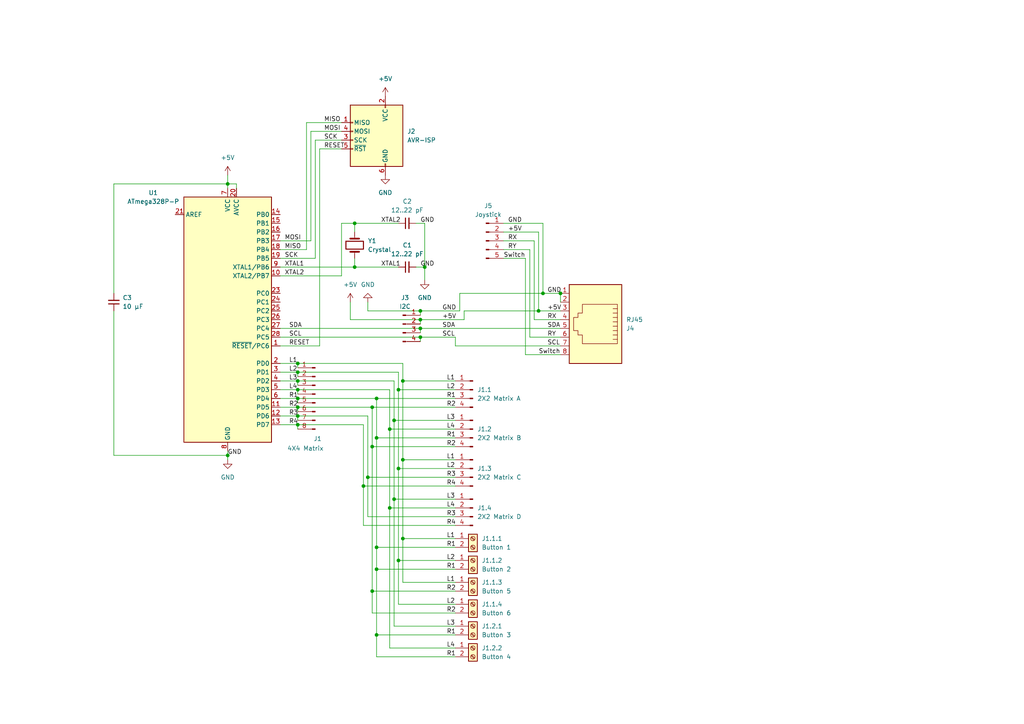
<source format=kicad_sch>
(kicad_sch (version 20231120) (generator "eeschema") (generator_version "8.0")
  (paper "A4")
  (title_block (title "Button Box") (date "2024-12-23") (rev "v1.1.0") (company "https://github.com/lusmdl"))
  (lib_symbols
    (symbol "Connector:AVR-ISP-6" (pin_names (offset 1.016))
      (property "Reference" "J" (at -6.35 11.43 0))
      (property "Value" "AVR-ISP-6" (at 0 11.43 0))
      (symbol "AVR-ISP-6_0_1"
        (rectangle (start -2.667 -6.858) (end -2.413 -7.62))
        (rectangle (start -2.667 10.16) (end -2.413 9.398))
        (rectangle (start 7.62 -2.413) (end 6.858 -2.667))
        (rectangle (start 7.62 0.127) (end 6.858 -0.127))
        (rectangle (start 7.62 2.667) (end 6.858 2.413))
        (rectangle (start 7.62 5.207) (end 6.858 4.953))
        (rectangle (start 7.62 10.16) (end -7.62 -7.62) (stroke (width 0.254)) (fill (type background)))
      )
      (symbol "AVR-ISP-6_1_1"
        (pin passive line (at 10.16 5.08 180) (length 2.54) (name "MISO") (number "1"))
        (pin passive line (at -2.54 12.7 270) (length 2.54) (name "VCC") (number "2"))
        (pin passive line (at 10.16 0 180) (length 2.54) (name "SCK") (number "3"))
        (pin passive line (at 10.16 2.54 180) (length 2.54) (name "MOSI") (number "4"))
        (pin passive line (at 10.16 -2.54 180) (length 2.54) (name "~{RST}") (number "5"))
        (pin passive line (at -2.54 -10.16 90) (length 2.54) (name "GND") (number "6"))
      )
    )
    (symbol "Connector:Conn_01x04_Pin" (pin_names (offset 1.016) hide)
      (property "Reference" "J" (at 0 5.08 0))
      (property "Value" "Conn_01x04_Pin" (at 0 -7.62 0))
      (symbol "Conn_01x04_Pin_1_1"
        (polyline (pts (xy 1.27 -5.08) (xy 0.8636 -5.08)) (stroke (width 0.1524)))
        (polyline (pts (xy 1.27 -2.54) (xy 0.8636 -2.54)) (stroke (width 0.1524)))
        (polyline (pts (xy 1.27 0) (xy 0.8636 0)) (stroke (width 0.1524)))
        (polyline (pts (xy 1.27 2.54) (xy 0.8636 2.54)) (stroke (width 0.1524)))
        (rectangle (start 0.8636 -4.953) (end 0 -5.207) (stroke (width 0.1524)) (fill (type outline)))
        (rectangle (start 0.8636 -2.413) (end 0 -2.667) (stroke (width 0.1524)) (fill (type outline)))
        (rectangle (start 0.8636 0.127) (end 0 -0.127) (stroke (width 0.1524)) (fill (type outline)))
        (rectangle (start 0.8636 2.667) (end 0 2.413) (stroke (width 0.1524)) (fill (type outline)))
        (pin passive line (at 5.08 2.54 180) (length 3.81) (name "Pin_1") (number "1"))
        (pin passive line (at 5.08 0 180) (length 3.81) (name "Pin_2") (number "2"))
        (pin passive line (at 5.08 -2.54 180) (length 3.81) (name "Pin_3") (number "3"))
        (pin passive line (at 5.08 -5.08 180) (length 3.81) (name "Pin_4") (number "4"))
      )
    )
    (symbol "Connector:Conn_01x05_Pin" (pin_names (offset 1.016) hide)
      (property "Reference" "J" (at 0 7.62 0))
      (property "Value" "Conn_01x05_Pin" (at 0 -7.62 0))
      (symbol "Conn_01x05_Pin_1_1"
        (polyline (pts (xy 1.27 -5.08) (xy 0.8636 -5.08)) (stroke (width 0.1524)))
        (polyline (pts (xy 1.27 -2.54) (xy 0.8636 -2.54)) (stroke (width 0.1524)))
        (polyline (pts (xy 1.27 0) (xy 0.8636 0)) (stroke (width 0.1524)))
        (polyline (pts (xy 1.27 2.54) (xy 0.8636 2.54)) (stroke (width 0.1524)))
        (polyline (pts (xy 1.27 5.08) (xy 0.8636 5.08)) (stroke (width 0.1524)))
        (rectangle (start 0.8636 -4.953) (end 0 -5.207) (stroke (width 0.1524)) (fill (type outline)))
        (rectangle (start 0.8636 -2.413) (end 0 -2.667) (stroke (width 0.1524)) (fill (type outline)))
        (rectangle (start 0.8636 0.127) (end 0 -0.127) (stroke (width 0.1524)) (fill (type outline)))
        (rectangle (start 0.8636 2.667) (end 0 2.413) (stroke (width 0.1524)) (fill (type outline)))
        (rectangle (start 0.8636 5.207) (end 0 4.953) (stroke (width 0.1524)) (fill (type outline)))
        (pin passive line (at 5.08 5.08 180) (length 3.81) (name "Pin_1") (number "1"))
        (pin passive line (at 5.08 2.54 180) (length 3.81) (name "Pin_2") (number "2"))
        (pin passive line (at 5.08 0 180) (length 3.81) (name "Pin_3") (number "3"))
        (pin passive line (at 5.08 -2.54 180) (length 3.81) (name "Pin_4") (number "4"))
        (pin passive line (at 5.08 -5.08 180) (length 3.81) (name "Pin_5") (number "5"))
      )
    )
    (symbol "Connector:Conn_01x08_Pin" (pin_names (offset 1.016) hide)
      (property "Reference" "J" (at 0 10.16 0))
      (property "Value" "Conn_01x08_Pin" (at 0 -12.7 0))
      (symbol "Conn_01x08_Pin_1_1"
        (polyline (pts (xy 1.27 -10.16) (xy 0.8636 -10.16)) (stroke (width 0.1524)))
        (polyline (pts (xy 1.27 -7.62) (xy 0.8636 -7.62)) (stroke (width 0.1524)))
        (polyline (pts (xy 1.27 -5.08) (xy 0.8636 -5.08)) (stroke (width 0.1524)))
        (polyline (pts (xy 1.27 -2.54) (xy 0.8636 -2.54)) (stroke (width 0.1524)))
        (polyline (pts (xy 1.27 0) (xy 0.8636 0)) (stroke (width 0.1524)))
        (polyline (pts (xy 1.27 2.54) (xy 0.8636 2.54)) (stroke (width 0.1524)))
        (polyline (pts (xy 1.27 5.08) (xy 0.8636 5.08)) (stroke (width 0.1524)))
        (polyline (pts (xy 1.27 7.62) (xy 0.8636 7.62)) (stroke (width 0.1524)))
        (rectangle (start 0.8636 -10.033) (end 0 -10.287) (stroke (width 0.1524)) (fill (type outline)))
        (rectangle (start 0.8636 -7.493) (end 0 -7.747) (stroke (width 0.1524)) (fill (type outline)))
        (rectangle (start 0.8636 -4.953) (end 0 -5.207) (stroke (width 0.1524)) (fill (type outline)))
        (rectangle (start 0.8636 -2.413) (end 0 -2.667) (stroke (width 0.1524)) (fill (type outline)))
        (rectangle (start 0.8636 0.127) (end 0 -0.127) (stroke (width 0.1524)) (fill (type outline)))
        (rectangle (start 0.8636 2.667) (end 0 2.413) (stroke (width 0.1524)) (fill (type outline)))
        (rectangle (start 0.8636 5.207) (end 0 4.953) (stroke (width 0.1524)) (fill (type outline)))
        (rectangle (start 0.8636 7.747) (end 0 7.493) (stroke (width 0.1524)) (fill (type outline)))
        (pin passive line (at 5.08 7.62 180) (length 3.81) (name "Pin_1") (number "1"))
        (pin passive line (at 5.08 5.08 180) (length 3.81) (name "Pin_2") (number "2"))
        (pin passive line (at 5.08 2.54 180) (length 3.81) (name "Pin_3") (number "3"))
        (pin passive line (at 5.08 0 180) (length 3.81) (name "Pin_4") (number "4"))
        (pin passive line (at 5.08 -2.54 180) (length 3.81) (name "Pin_5") (number "5"))
        (pin passive line (at 5.08 -5.08 180) (length 3.81) (name "Pin_6") (number "6"))
        (pin passive line (at 5.08 -7.62 180) (length 3.81) (name "Pin_7") (number "7"))
        (pin passive line (at 5.08 -10.16 180) (length 3.81) (name "Pin_8") (number "8"))
      )
    )
    (symbol "Connector:RJ45" (pin_names (offset 1.016))
      (property "Reference" "J" (at -5.08 13.97 0))
      (property "Value" "RJ45" (at 2.54 13.97 0))
      (symbol "RJ45_0_1"
        (polyline (pts (xy -5.08 4.445) (xy -6.35 4.445)))
        (polyline (pts (xy -5.08 5.715) (xy -6.35 5.715)))
        (polyline (pts (xy -6.35 -3.175) (xy -5.08 -3.175) (xy -5.08 -3.175)))
        (polyline (pts (xy -6.35 -1.905) (xy -5.08 -1.905) (xy -5.08 -1.905)))
        (polyline (pts (xy -6.35 -0.635) (xy -5.08 -0.635) (xy -5.08 -0.635)))
        (polyline (pts (xy -6.35 0.635) (xy -5.08 0.635) (xy -5.08 0.635)))
        (polyline (pts (xy -6.35 1.905) (xy -5.08 1.905) (xy -5.08 1.905)))
        (polyline (pts (xy -5.08 3.175) (xy -6.35 3.175) (xy -6.35 3.175)))
        (polyline (pts (xy -6.35 -4.445) (xy -6.35 6.985) (xy 3.81 6.985) (xy 3.81 4.445) (xy 5.08 4.445) (xy 5.08 3.175) (xy 6.35 3.175) (xy 6.35 -0.635) (xy 5.08 -0.635) (xy 5.08 -1.905) (xy 3.81 -1.905) (xy 3.81 -4.445) (xy -6.35 -4.445) (xy -6.35 -4.445)))
        (rectangle (start 7.62 12.7) (end -7.62 -10.16) (stroke (width 0.254)) (fill (type background)))
      )
      (symbol "RJ45_1_1"
        (pin passive line (at 10.16 -7.62 180) (length 2.54) (name "~") (number "1"))
        (pin passive line (at 10.16 -5.08 180) (length 2.54) (name "~") (number "2"))
        (pin passive line (at 10.16 -2.54 180) (length 2.54) (name "~") (number "3"))
        (pin passive line (at 10.16 0 180) (length 2.54) (name "~") (number "4"))
        (pin passive line (at 10.16 2.54 180) (length 2.54) (name "~") (number "5"))
        (pin passive line (at 10.16 5.08 180) (length 2.54) (name "~") (number "6"))
        (pin passive line (at 10.16 7.62 180) (length 2.54) (name "~") (number "7"))
        (pin passive line (at 10.16 10.16 180) (length 2.54) (name "~") (number "8"))
      )
    )
    (symbol "Connector:Screw_Terminal_01x02" (pin_names (offset 1.016) hide)
      (property "Reference" "J" (at 0 2.54 0))
      (property "Value" "Screw_Terminal_01x02" (at 0 -5.08 0))
      (symbol "Screw_Terminal_01x02_1_1"
        (rectangle (start -1.27 1.27) (end 1.27 -3.81) (stroke (width 0.254)) (fill (type background)))
        (circle (center 0 -2.54) (radius 0.635) (stroke (width 0.1524)))
        (polyline (pts (xy -0.5334 -2.2098) (xy 0.3302 -3.048)) (stroke (width 0.1524)))
        (polyline (pts (xy -0.5334 0.3302) (xy 0.3302 -0.508)) (stroke (width 0.1524)))
        (polyline (pts (xy -0.3556 -2.032) (xy 0.508 -2.8702)) (stroke (width 0.1524)))
        (polyline (pts (xy -0.3556 0.508) (xy 0.508 -0.3302)) (stroke (width 0.1524)))
        (circle (center 0 0) (radius 0.635) (stroke (width 0.1524)))
        (pin passive line (at -5.08 0 0) (length 3.81) (name "Pin_1") (number "1"))
        (pin passive line (at -5.08 -2.54 0) (length 3.81) (name "Pin_2") (number "2"))
      )
    )
    (symbol "Device:C_Small" (pin_numbers hide) (pin_names (offset 0.254) hide)
      (property "Reference" "C" (at 0.254 1.778 0))
      (property "Value" "C_Small" (at 0.254 -2.032 0))
      (symbol "C_Small_0_1"
        (polyline (pts (xy -1.524 -0.508) (xy 1.524 -0.508)) (stroke (width 0.3302)))
        (polyline (pts (xy -1.524 0.508) (xy 1.524 0.508)) (stroke (width 0.3048)))
      )
      (symbol "C_Small_1_1"
        (pin passive line (at 0 2.54 270) (length 2.032) (name "~") (number "1"))
        (pin passive line (at 0 -2.54 90) (length 2.032) (name "~") (number "2"))
      )
    )
    (symbol "Device:Crystal" (pin_numbers hide) (pin_names (offset 1.016) hide)
      (property "Reference" "Y" (at 0 3.81 0))
      (property "Value" "Crystal" (at 0 -3.81 0))
      (symbol "Crystal_0_1"
        (rectangle (start -1.143 2.54) (end 1.143 -2.54) (stroke (width 0.3048)))
        (polyline (pts (xy -2.54 0) (xy -1.905 0)))
        (polyline (pts (xy -1.905 -1.27) (xy -1.905 1.27)) (stroke (width 0.508)))
        (polyline (pts (xy 1.905 -1.27) (xy 1.905 1.27)) (stroke (width 0.508)))
        (polyline (pts (xy 2.54 0) (xy 1.905 0)))
      )
      (symbol "Crystal_1_1"
        (pin passive line (at -3.81 0 0) (length 1.27) (name "1") (number "1"))
        (pin passive line (at 3.81 0 180) (length 1.27) (name "2") (number "2"))
      )
    )
    (symbol "MCU_Microchip_ATmega:ATmega328P-P"
      (property "Reference" "U" (at -12.7 36.83 0))
      (property "Value" "ATmega328P-P" (at 2.54 -36.83 0))
      (symbol "ATmega328P-P_0_1"
        (rectangle (start -12.7 -35.56) (end 12.7 35.56) (stroke (width 0.254)) (fill (type background)))
      )
      (symbol "ATmega328P-P_1_1"
        (pin bidirectional line (at 15.24 -7.62 180) (length 2.54) (name "~{RESET}/PC6") (number "1"))
        (pin bidirectional line (at 15.24 12.7 180) (length 2.54) (name "XTAL2/PB7") (number "10"))
        (pin bidirectional line (at 15.24 -25.4 180) (length 2.54) (name "PD5") (number "11"))
        (pin bidirectional line (at 15.24 -27.94 180) (length 2.54) (name "PD6") (number "12"))
        (pin bidirectional line (at 15.24 -30.48 180) (length 2.54) (name "PD7") (number "13"))
        (pin bidirectional line (at 15.24 30.48 180) (length 2.54) (name "PB0") (number "14"))
        (pin bidirectional line (at 15.24 27.94 180) (length 2.54) (name "PB1") (number "15"))
        (pin bidirectional line (at 15.24 25.4 180) (length 2.54) (name "PB2") (number "16"))
        (pin bidirectional line (at 15.24 22.86 180) (length 2.54) (name "PB3") (number "17"))
        (pin bidirectional line (at 15.24 20.32 180) (length 2.54) (name "PB4") (number "18"))
        (pin bidirectional line (at 15.24 17.78 180) (length 2.54) (name "PB5") (number "19"))
        (pin bidirectional line (at 15.24 -12.7 180) (length 2.54) (name "PD0") (number "2"))
        (pin power_in line (at 2.54 38.1 270) (length 2.54) (name "AVCC") (number "20"))
        (pin passive line (at -15.24 30.48 0) (length 2.54) (name "AREF") (number "21"))
        (pin passive line (at 0 -38.1 90) (length 2.54) hide (name "GND") (number "22"))
        (pin bidirectional line (at 15.24 7.62 180) (length 2.54) (name "PC0") (number "23"))
        (pin bidirectional line (at 15.24 5.08 180) (length 2.54) (name "PC1") (number "24"))
        (pin bidirectional line (at 15.24 2.54 180) (length 2.54) (name "PC2") (number "25"))
        (pin bidirectional line (at 15.24 0 180) (length 2.54) (name "PC3") (number "26"))
        (pin bidirectional line (at 15.24 -2.54 180) (length 2.54) (name "PC4") (number "27"))
        (pin bidirectional line (at 15.24 -5.08 180) (length 2.54) (name "PC5") (number "28"))
        (pin bidirectional line (at 15.24 -15.24 180) (length 2.54) (name "PD1") (number "3"))
        (pin bidirectional line (at 15.24 -17.78 180) (length 2.54) (name "PD2") (number "4"))
        (pin bidirectional line (at 15.24 -20.32 180) (length 2.54) (name "PD3") (number "5"))
        (pin bidirectional line (at 15.24 -22.86 180) (length 2.54) (name "PD4") (number "6"))
        (pin power_in line (at 0 38.1 270) (length 2.54) (name "VCC") (number "7"))
        (pin power_in line (at 0 -38.1 90) (length 2.54) (name "GND") (number "8"))
        (pin bidirectional line (at 15.24 15.24 180) (length 2.54) (name "XTAL1/PB6") (number "9"))
      )
    )
    (symbol "power:+5V" (power) (pin_numbers hide) (pin_names (offset 0) hide)
      (property "Value" "+5V" (at 0 3.556 0))
      (symbol "+5V_0_1"
        (polyline (pts (xy -0.762 1.27) (xy 0 2.54)))
        (polyline (pts (xy 0 0) (xy 0 2.54)))
        (polyline (pts (xy 0 2.54) (xy 0.762 1.27)))
      )
      (symbol "+5V_1_1"
        (pin power_in line (at 0 0 90) (length 0) (name "~") (number "1"))
      )
    )
    (symbol "power:GND" (power) (pin_numbers hide) (pin_names (offset 0) hide)
      (property "Value" "GND" (at 0 -3.81 0))
      (symbol "GND_0_1"
        (polyline (pts (xy 0 0) (xy 0 -1.27) (xy 1.27 -1.27) (xy 0 -2.54) (xy -1.27 -1.27) (xy 0 -1.27)))
      )
      (symbol "GND_1_1"
        (pin power_in line (at 0 0 270) (length 0) (name "~") (number "1"))
      )
    )
  )
  (junction (at 86.36 115.57))
  (junction (at 121.92 90.17))
  (junction (at 86.36 107.95))
  (junction (at 162.56 85.09))
  (junction (at 86.36 118.11))
  (junction (at 106.68 138.43))
  (junction (at 66.04 132.08))
  (junction (at 121.92 95.25))
  (junction (at 86.36 123.19))
  (junction (at 115.57 135.89))
  (junction (at 86.36 113.03))
  (junction (at 86.36 105.41))
  (junction (at 107.95 118.11))
  (junction (at 109.22 165.1))
  (junction (at 121.92 92.71))
  (junction (at 109.22 184.15))
  (junction (at 157.48 85.09))
  (junction (at 116.84 133.35))
  (junction (at 114.3 121.92))
  (junction (at 123.19 77.47))
  (junction (at 109.22 158.75))
  (junction (at 156.21 90.17))
  (junction (at 121.92 97.79))
  (junction (at 115.57 113.03))
  (junction (at 107.95 129.54))
  (junction (at 115.57 162.56))
  (junction (at 109.22 115.57))
  (junction (at 116.84 156.21))
  (junction (at 113.03 124.46))
  (junction (at 107.95 171.45))
  (junction (at 114.3 144.78))
  (junction (at 86.36 120.65))
  (junction (at 102.87 64.77))
  (junction (at 105.41 140.97))
  (junction (at 116.84 110.49))
  (junction (at 109.22 127))
  (junction (at 113.03 147.32))
  (junction (at 102.87 77.47))
  (junction (at 86.36 110.49))
  (junction (at 66.04 53.34))
  (wire (pts (xy 113.03 124.46) (xy 113.03 147.32)))
  (wire (pts (xy 152.4 74.93) (xy 146.05 74.93)))
  (wire (pts (xy 86.36 123.19) (xy 105.41 123.19)))
  (wire (pts (xy 114.3 121.92) (xy 114.3 144.78)))
  (wire (pts (xy 157.48 85.09) (xy 157.48 64.77)))
  (wire (pts (xy 105.41 140.97) (xy 105.41 152.4)))
  (wire (pts (xy 66.04 53.34) (xy 66.04 54.61)))
  (wire (pts (xy 109.22 115.57) (xy 132.08 115.57)))
  (wire (pts (xy 154.94 92.71) (xy 154.94 69.85)))
  (wire (pts (xy 33.02 132.08) (xy 66.04 132.08)))
  (wire (pts (xy 115.57 175.26) (xy 115.57 162.56)))
  (wire (pts (xy 81.28 118.11) (xy 86.36 118.11)))
  (wire (pts (xy 123.19 77.47) (xy 123.19 81.28)))
  (wire (pts (xy 86.36 105.41) (xy 116.84 105.41)))
  (wire (pts (xy 66.04 53.34) (xy 33.02 53.34)))
  (wire (pts (xy 109.22 190.5) (xy 109.22 184.15)))
  (wire (pts (xy 153.67 97.79) (xy 153.67 72.39)))
  (wire (pts (xy 106.68 138.43) (xy 106.68 120.65)))
  (wire (pts (xy 132.08 133.35) (xy 116.84 133.35)))
  (wire (pts (xy 106.68 90.17) (xy 121.92 90.17)))
  (wire (pts (xy 121.92 90.17) (xy 133.35 90.17)))
  (wire (pts (xy 132.08 140.97) (xy 105.41 140.97)))
  (wire (pts (xy 102.87 64.77) (xy 99.06 64.77)))
  (wire (pts (xy 120.65 77.47) (xy 123.19 77.47)))
  (wire (pts (xy 68.58 54.61) (xy 68.58 53.34)))
  (wire (pts (xy 81.28 100.33) (xy 92.71 100.33)))
  (wire (pts (xy 121.92 95.25) (xy 162.56 95.25)))
  (wire (pts (xy 132.08 165.1) (xy 109.22 165.1)))
  (wire (pts (xy 132.08 187.96) (xy 113.03 187.96)))
  (wire (pts (xy 66.04 50.8) (xy 66.04 53.34)))
  (wire (pts (xy 81.28 72.39) (xy 88.9 72.39)))
  (wire (pts (xy 132.08 144.78) (xy 114.3 144.78)))
  (wire (pts (xy 121.92 97.79) (xy 132.08 97.79)))
  (wire (pts (xy 120.65 64.77) (xy 123.19 64.77)))
  (wire (pts (xy 157.48 85.09) (xy 162.56 85.09)))
  (wire (pts (xy 102.87 64.77) (xy 115.57 64.77)))
  (wire (pts (xy 68.58 53.34) (xy 66.04 53.34)))
  (wire (pts (xy 86.36 113.03) (xy 113.03 113.03)))
  (wire (pts (xy 132.08 190.5) (xy 109.22 190.5)))
  (wire (pts (xy 86.36 119.38) (xy 86.36 118.11)))
  (wire (pts (xy 102.87 77.47) (xy 115.57 77.47)))
  (wire (pts (xy 109.22 165.1) (xy 109.22 158.75)))
  (wire (pts (xy 156.21 90.17) (xy 162.56 90.17)))
  (wire (pts (xy 109.22 158.75) (xy 109.22 127)))
  (wire (pts (xy 109.22 184.15) (xy 109.22 165.1)))
  (wire (pts (xy 86.36 111.76) (xy 86.36 110.49)))
  (wire (pts (xy 132.08 184.15) (xy 109.22 184.15)))
  (wire (pts (xy 162.56 102.87) (xy 152.4 102.87)))
  (wire (pts (xy 105.41 140.97) (xy 105.41 123.19)))
  (wire (pts (xy 132.08 124.46) (xy 113.03 124.46)))
  (wire (pts (xy 132.08 100.33) (xy 162.56 100.33)))
  (wire (pts (xy 99.06 38.1) (xy 90.17 38.1)))
  (wire (pts (xy 81.28 113.03) (xy 86.36 113.03)))
  (wire (pts (xy 133.35 85.09) (xy 157.48 85.09)))
  (wire (pts (xy 162.56 97.79) (xy 153.67 97.79)))
  (wire (pts (xy 162.56 85.09) (xy 162.56 87.63)))
  (wire (pts (xy 115.57 113.03) (xy 132.08 113.03)))
  (wire (pts (xy 33.02 90.17) (xy 33.02 132.08)))
  (wire (pts (xy 132.08 138.43) (xy 106.68 138.43)))
  (wire (pts (xy 81.28 105.41) (xy 86.36 105.41)))
  (wire (pts (xy 116.84 105.41) (xy 116.84 110.49)))
  (wire (pts (xy 101.6 92.71) (xy 101.6 87.63)))
  (wire (pts (xy 116.84 168.91) (xy 116.84 156.21)))
  (wire (pts (xy 66.04 133.35) (xy 66.04 132.08)))
  (wire (pts (xy 114.3 110.49) (xy 114.3 121.92)))
  (wire (pts (xy 86.36 106.68) (xy 86.36 105.41)))
  (wire (pts (xy 106.68 87.63) (xy 106.68 90.17)))
  (wire (pts (xy 132.08 158.75) (xy 109.22 158.75)))
  (wire (pts (xy 114.3 181.61) (xy 114.3 144.78)))
  (wire (pts (xy 86.36 109.22) (xy 86.36 107.95)))
  (wire (pts (xy 90.17 69.85) (xy 81.28 69.85)))
  (wire (pts (xy 81.28 77.47) (xy 102.87 77.47)))
  (wire (pts (xy 133.35 90.17) (xy 133.35 85.09)))
  (wire (pts (xy 123.19 64.77) (xy 123.19 77.47)))
  (wire (pts (xy 92.71 43.18) (xy 99.06 43.18)))
  (wire (pts (xy 86.36 118.11) (xy 107.95 118.11)))
  (wire (pts (xy 156.21 67.31) (xy 146.05 67.31)))
  (wire (pts (xy 113.03 113.03) (xy 113.03 124.46)))
  (wire (pts (xy 121.92 90.17) (xy 121.92 91.44)))
  (wire (pts (xy 157.48 64.77) (xy 146.05 64.77)))
  (wire (pts (xy 152.4 102.87) (xy 152.4 74.93)))
  (wire (pts (xy 115.57 107.95) (xy 115.57 113.03)))
  (wire (pts (xy 86.36 110.49) (xy 114.3 110.49)))
  (wire (pts (xy 107.95 171.45) (xy 107.95 129.54)))
  (wire (pts (xy 81.28 97.79) (xy 121.92 97.79)))
  (wire (pts (xy 86.36 116.84) (xy 86.36 115.57)))
  (wire (pts (xy 156.21 90.17) (xy 156.21 67.31)))
  (wire (pts (xy 99.06 64.77) (xy 99.06 80.01)))
  (wire (pts (xy 132.08 181.61) (xy 114.3 181.61)))
  (wire (pts (xy 90.17 38.1) (xy 90.17 69.85)))
  (wire (pts (xy 92.71 43.18) (xy 92.71 100.33)))
  (wire (pts (xy 132.08 152.4) (xy 105.41 152.4)))
  (wire (pts (xy 134.62 90.17) (xy 156.21 90.17)))
  (wire (pts (xy 132.08 177.8) (xy 107.95 177.8)))
  (wire (pts (xy 107.95 118.11) (xy 107.95 129.54)))
  (wire (pts (xy 113.03 187.96) (xy 113.03 147.32)))
  (wire (pts (xy 88.9 35.56) (xy 99.06 35.56)))
  (wire (pts (xy 121.92 92.71) (xy 121.92 93.98)))
  (wire (pts (xy 134.62 92.71) (xy 134.62 90.17)))
  (wire (pts (xy 81.28 107.95) (xy 86.36 107.95)))
  (wire (pts (xy 81.28 95.25) (xy 121.92 95.25)))
  (wire (pts (xy 102.87 74.93) (xy 102.87 77.47)))
  (wire (pts (xy 109.22 115.57) (xy 109.22 127)))
  (wire (pts (xy 121.92 97.79) (xy 121.92 99.06)))
  (wire (pts (xy 91.44 40.64) (xy 99.06 40.64)))
  (wire (pts (xy 102.87 64.77) (xy 102.87 67.31)))
  (wire (pts (xy 81.28 74.93) (xy 91.44 74.93)))
  (wire (pts (xy 132.08 135.89) (xy 115.57 135.89)))
  (wire (pts (xy 116.84 110.49) (xy 132.08 110.49)))
  (wire (pts (xy 86.36 121.92) (xy 86.36 120.65)))
  (wire (pts (xy 132.08 97.79) (xy 132.08 100.33)))
  (wire (pts (xy 81.28 120.65) (xy 86.36 120.65)))
  (wire (pts (xy 106.68 138.43) (xy 106.68 149.86)))
  (wire (pts (xy 86.36 124.46) (xy 86.36 123.19)))
  (wire (pts (xy 99.06 80.01) (xy 81.28 80.01)))
  (wire (pts (xy 81.28 110.49) (xy 86.36 110.49)))
  (wire (pts (xy 132.08 162.56) (xy 115.57 162.56)))
  (wire (pts (xy 132.08 147.32) (xy 113.03 147.32)))
  (wire (pts (xy 107.95 118.11) (xy 132.08 118.11)))
  (wire (pts (xy 86.36 114.3) (xy 86.36 113.03)))
  (wire (pts (xy 86.36 107.95) (xy 115.57 107.95)))
  (wire (pts (xy 86.36 115.57) (xy 109.22 115.57)))
  (wire (pts (xy 81.28 123.19) (xy 86.36 123.19)))
  (wire (pts (xy 88.9 72.39) (xy 88.9 35.56)))
  (wire (pts (xy 86.36 120.65) (xy 106.68 120.65)))
  (wire (pts (xy 115.57 113.03) (xy 115.57 135.89)))
  (wire (pts (xy 101.6 92.71) (xy 121.92 92.71)))
  (wire (pts (xy 116.84 156.21) (xy 116.84 133.35)))
  (wire (pts (xy 132.08 175.26) (xy 115.57 175.26)))
  (wire (pts (xy 132.08 171.45) (xy 107.95 171.45)))
  (wire (pts (xy 91.44 74.93) (xy 91.44 40.64)))
  (wire (pts (xy 33.02 53.34) (xy 33.02 85.09)))
  (wire (pts (xy 121.92 92.71) (xy 134.62 92.71)))
  (wire (pts (xy 115.57 162.56) (xy 115.57 135.89)))
  (wire (pts (xy 107.95 177.8) (xy 107.95 171.45)))
  (wire (pts (xy 132.08 127) (xy 109.22 127)))
  (wire (pts (xy 153.67 72.39) (xy 146.05 72.39)))
  (wire (pts (xy 154.94 69.85) (xy 146.05 69.85)))
  (wire (pts (xy 132.08 149.86) (xy 106.68 149.86)))
  (wire (pts (xy 132.08 129.54) (xy 107.95 129.54)))
  (wire (pts (xy 66.04 132.08) (xy 66.04 130.81)))
  (wire (pts (xy 116.84 110.49) (xy 116.84 133.35)))
  (wire (pts (xy 162.56 92.71) (xy 154.94 92.71)))
  (wire (pts (xy 81.28 115.57) (xy 86.36 115.57)))
  (wire (pts (xy 132.08 168.91) (xy 116.84 168.91)))
  (wire (pts (xy 132.08 156.21) (xy 116.84 156.21)))
  (wire (pts (xy 114.3 121.92) (xy 132.08 121.92)))
  (wire (pts (xy 121.92 95.25) (xy 121.92 96.52)))
  (label "GND" (at 121.92 77.47 0))
  (label "R4" (at 129.54 140.97 0))
  (label "L1" (at 129.54 110.49 0))
  (label "MISO" (at 82.55 72.39 0))
  (label "+5V" (at 128.27 92.71 0))
  (label "R4" (at 129.54 152.4 0))
  (label "R1" (at 129.54 190.5 0))
  (label "GND" (at 158.75 85.09 0))
  (label "SDA" (at 128.27 95.25 0))
  (label "RESET" (at 93.98 43.18 0))
  (label "RY" (at 158.75 97.79 0))
  (label "L4" (at 83.82 113.03 0))
  (label "L4" (at 129.54 147.32 0))
  (label "L4" (at 129.54 124.46 0))
  (label "L1" (at 129.54 133.35 0))
  (label "MOSI" (at 93.98 38.1 0))
  (label "R1" (at 129.54 127 0))
  (label "+5V" (at 147.32 67.31 0))
  (label "R3" (at 129.54 138.43 0))
  (label "R2" (at 129.54 171.45 0))
  (label "R2" (at 129.54 129.54 0))
  (label "R2" (at 129.54 177.8 0))
  (label "XTAL2" (at 110.49 64.77 0))
  (label "L3" (at 129.54 121.92 0))
  (label "RX" (at 158.75 92.71 0))
  (label "R1" (at 129.54 158.75 0))
  (label "Switch" (at 156.21 102.87 0))
  (label "GND" (at 128.27 90.17 0))
  (label "R2" (at 129.54 118.11 0))
  (label "L3" (at 83.82 110.49 0))
  (label "Switch" (at 146.05 74.93 0))
  (label "L2" (at 129.54 113.03 0))
  (label "L4" (at 129.54 187.96 0))
  (label "L1" (at 83.82 105.41 0))
  (label "SDA" (at 158.75 95.25 0))
  (label "R2" (at 83.82 118.11 0))
  (label "L3" (at 129.54 181.61 0))
  (label "+5V" (at 158.75 90.17 0))
  (label "L1" (at 129.54 168.91 0))
  (label "GND" (at 121.92 64.77 0))
  (label "L1" (at 129.54 156.21 0))
  (label "XTAL1" (at 82.55 77.47 0))
  (label "SCK" (at 82.55 74.93 0))
  (label "MOSI" (at 82.55 69.85 0))
  (label "L2" (at 129.54 135.89 0))
  (label "SCK" (at 93.98 40.64 0))
  (label "R3" (at 129.54 149.86 0))
  (label "RESET" (at 83.82 100.33 0))
  (label "R3" (at 83.82 120.65 0))
  (label "R4" (at 83.82 123.19 0))
  (label "R1" (at 129.54 165.1 0))
  (label "SCL" (at 128.27 97.79 0))
  (label "SDA" (at 83.82 95.25 0))
  (label "L2" (at 83.82 107.95 0))
  (label "SCL" (at 158.75 100.33 0))
  (label "XTAL2" (at 82.55 80.01 0))
  (label "SCL" (at 83.82 97.79 0))
  (label "GND" (at 147.32 64.77 0))
  (label "R1" (at 129.54 184.15 0))
  (label "L2" (at 129.54 175.26 0))
  (label "L3" (at 129.54 144.78 0))
  (label "GND" (at 66.04 132.08 0))
  (label "MISO" (at 93.98 35.56 0))
  (label "R1" (at 83.82 115.57 0))
  (label "R1" (at 129.54 115.57 0))
  (label "RX" (at 147.32 69.85 0))
  (label "L2" (at 129.54 162.56 0))
  (label "XTAL1" (at 110.49 77.47 0))
  (label "RY" (at 147.32 72.39 0))
  (symbol (lib_id "power:+5V") (at 66.04 50.8 0) (unit 1)
    (property "Reference" "#PWR07" (effects (hide yes)))
    (property "Value" "+5V" (at 66.04 45.72 0))
    (property "Description" "Power symbol creates a global label with name \"+5V\"" (effects (hide yes)))
  )
  (symbol (lib_id "Device:Crystal") (at 102.87 71.12 90) (unit 1)
    (property "Reference" "Y1" (at 106.68 69.8499 90) (effects (justify right)))
    (property "Value" "Crystal" (at 106.68 72.3899 90) (effects (justify right)))
    (property "Footprint" "Crystal:Crystal_HC18-U_Vertical" (effects (hide yes)))
    (property "Description" "Two pin crystal" (effects (hide yes)))
  )
  (symbol (lib_id "Connector:RJ45") (at 172.72 92.71 180) (unit 1)
    (property "Reference" "J4" (at 181.61 95.2501 0) (effects (justify right)))
    (property "Value" "RJ45" (at 181.61 92.7101 0) (effects (justify right)))
    (property "Footprint" "Connector_RJ:RJ45_Molex_0855135013_Vertical" (effects (hide yes)))
    (property "Description" "RJ connector, 8P8C (8 positions 8 connected)" (effects (hide yes)))
  )
  (symbol (lib_id "Connector:Screw_Terminal_01x02") (at 137.16 187.96 0) (unit 1)
    (property "Reference" "J1.2.2" (at 139.7 187.9599 0) (effects (justify left)))
    (property "Value" "Button 4" (at 139.7 190.4999 0) (effects (justify left)))
    (property "Footprint" "TerminalBlock:TerminalBlock_Xinya_XY308-2.54-2P_1x02_P2.54mm_Horizontal" (effects (hide yes)))
    (property "Description" "Generic screw terminal, single row, 01x02, script generated (kicad-library-utils/schlib/autogen/connector/)" (effects (hide yes)))
  )
  (symbol (lib_id "Connector:AVR-ISP-6") (at 109.22 40.64 0) (mirror y) (unit 1)
    (property "Reference" "J2" (at 118.11 38.0999 0) (effects (justify right)))
    (property "Value" "AVR-ISP" (at 118.11 40.6399 0) (effects (justify right)))
    (property "Footprint" "Connector_PinHeader_2.54mm:PinHeader_2x03_P2.54mm_Vertical_SMD" (effects (hide yes)))
    (property "Description" "Atmel 6-pin ISP connector" (effects (hide yes)))
  )
  (symbol (lib_id "power:GND") (at 111.76 50.8 0) (mirror y) (unit 1)
    (property "Reference" "#PWR06" (effects (hide yes)))
    (property "Value" "GND" (at 111.76 55.88 0))
    (property "Description" "Power symbol creates a global label with name \"GND\" , ground" (effects (hide yes)))
  )
  (symbol (lib_id "power:GND") (at 106.68 87.63 180) (unit 1)
    (property "Reference" "#PWR02" (effects (hide yes)))
    (property "Value" "GND" (at 106.68 82.55 0))
    (property "Description" "Power symbol creates a global label with name \"GND\" , ground" (effects (hide yes)))
  )
  (symbol (lib_id "Connector:Screw_Terminal_01x02") (at 137.16 168.91 0) (unit 1)
    (property "Reference" "J1.1.3" (at 139.7 168.9099 0) (effects (justify left)))
    (property "Value" "Button 5" (at 139.7 171.4499 0) (effects (justify left)))
    (property "Footprint" "TerminalBlock:TerminalBlock_Xinya_XY308-2.54-2P_1x02_P2.54mm_Horizontal" (effects (hide yes)))
    (property "Description" "Generic screw terminal, single row, 01x02, script generated (kicad-library-utils/schlib/autogen/connector/)" (effects (hide yes)))
  )
  (symbol (lib_id "Connector:Conn_01x04_Pin") (at 116.84 93.98 0) (unit 1)
    (property "Reference" "J3" (at 117.475 86.36 0))
    (property "Value" "I2C" (at 117.475 88.9 0))
    (property "Footprint" "Connector_PinHeader_2.54mm:PinHeader_2x02_P2.54mm_Vertical_SMD" (effects (hide yes)))
    (property "Description" "Generic connector, single row, 01x04, script generated" (effects (hide yes)))
  )
  (symbol (lib_id "Connector:Screw_Terminal_01x02") (at 137.16 181.61 0) (unit 1)
    (property "Reference" "J1.2.1" (at 139.7 181.6099 0) (effects (justify left)))
    (property "Value" "Button 3" (at 139.7 184.1499 0) (effects (justify left)))
    (property "Footprint" "TerminalBlock:TerminalBlock_Xinya_XY308-2.54-2P_1x02_P2.54mm_Horizontal" (effects (hide yes)))
    (property "Description" "Generic screw terminal, single row, 01x02, script generated (kicad-library-utils/schlib/autogen/connector/)" (effects (hide yes)))
  )
  (symbol (lib_id "Connector:Screw_Terminal_01x02") (at 137.16 162.56 0) (unit 1)
    (property "Reference" "J1.1.2" (at 139.7 162.5599 0) (effects (justify left)))
    (property "Value" "Button 2" (at 139.7 165.0999 0) (effects (justify left)))
    (property "Footprint" "TerminalBlock:TerminalBlock_Xinya_XY308-2.54-2P_1x02_P2.54mm_Horizontal" (effects (hide yes)))
    (property "Description" "Generic screw terminal, single row, 01x02, script generated (kicad-library-utils/schlib/autogen/connector/)" (effects (hide yes)))
  )
  (symbol (lib_id "Device:C_Small") (at 118.11 64.77 90) (unit 1)
    (property "Reference" "C2" (at 118.1163 58.42 90))
    (property "Value" "12..22 pF" (at 118.1163 60.96 90))
    (property "Footprint" "Capacitor_SMD:C_0402_1005Metric" (effects (hide yes)))
    (property "Description" "Unpolarized capacitor, small symbol" (effects (hide yes)))
  )
  (symbol (lib_id "Device:C_Small") (at 33.02 87.63 180) (unit 1)
    (property "Reference" "C3" (at 35.56 86.3535 0) (effects (justify right)))
    (property "Value" "10 µF" (at 35.56 88.8935 0) (effects (justify right)))
    (property "Footprint" "Capacitor_SMD:C_1206_3216Metric" (effects (hide yes)))
    (property "Description" "Unpolarized capacitor, small symbol" (effects (hide yes)))
  )
  (symbol (lib_id "power:GND") (at 66.04 133.35 0) (unit 1)
    (property "Reference" "#PWR01" (effects (hide yes)))
    (property "Value" "GND" (at 66.04 138.43 0))
    (property "Description" "Power symbol creates a global label with name \"GND\" , ground" (effects (hide yes)))
  )
  (symbol (lib_id "Connector:Conn_01x04_Pin") (at 137.16 135.89 0) (mirror y) (unit 1)
    (property "Reference" "J1.3" (at 138.43 135.8899 0) (effects (justify right)))
    (property "Value" "2X2 Matrix C" (at 138.43 138.4299 0) (effects (justify right)))
    (property "Footprint" "Connector_PinHeader_2.54mm:PinHeader_2x02_P2.54mm_Vertical_SMD" (effects (hide yes)))
    (property "Description" "Generic connector, single row, 01x04, script generated" (effects (hide yes)))
  )
  (symbol (lib_id "power:+5V") (at 101.6 87.63 0) (unit 1)
    (property "Reference" "#PWR04" (effects (hide yes)))
    (property "Value" "+5V" (at 101.6 82.55 0))
    (property "Description" "Power symbol creates a global label with name \"+5V\"" (effects (hide yes)))
  )
  (symbol (lib_id "Connector:Conn_01x04_Pin") (at 137.16 124.46 0) (mirror y) (unit 1)
    (property "Reference" "J1.2" (at 138.43 124.4599 0) (effects (justify right)))
    (property "Value" "2X2 Matrix B" (at 138.43 126.9999 0) (effects (justify right)))
    (property "Footprint" "Connector_PinHeader_2.54mm:PinHeader_2x02_P2.54mm_Vertical_SMD" (effects (hide yes)))
    (property "Description" "Generic connector, single row, 01x04, script generated" (effects (hide yes)))
  )
  (symbol (lib_id "Connector:Conn_01x08_Pin") (at 91.44 114.3 0) (mirror y) (unit 1)
    (property "Reference" "J1" (at 90.932 127.254 0) (effects (justify right)))
    (property "Value" "4X4 Matrix" (at 83.312 130.048 0) (effects (justify right)))
    (property "Footprint" "Connector_PinHeader_2.54mm:PinHeader_2x04_P2.54mm_Vertical_SMD" (effects (hide yes)))
    (property "Description" "Generic connector, single row, 01x08, script generated" (effects (hide yes)))
  )
  (symbol (lib_id "power:+5V") (at 111.76 27.94 0) (mirror y) (unit 1)
    (property "Reference" "#PWR05" (effects (hide yes)))
    (property "Value" "+5V" (at 111.76 22.86 0))
    (property "Description" "Power symbol creates a global label with name \"+5V\"" (effects (hide yes)))
  )
  (symbol (lib_id "Connector:Screw_Terminal_01x02") (at 137.16 175.26 0) (unit 1)
    (property "Reference" "J1.1.4" (at 139.7 175.2599 0) (effects (justify left)))
    (property "Value" "Button 6" (at 139.7 177.7999 0) (effects (justify left)))
    (property "Footprint" "TerminalBlock:TerminalBlock_Xinya_XY308-2.54-2P_1x02_P2.54mm_Horizontal" (effects (hide yes)))
    (property "Description" "Generic screw terminal, single row, 01x02, script generated (kicad-library-utils/schlib/autogen/connector/)" (effects (hide yes)))
  )
  (symbol (lib_id "Connector:Conn_01x04_Pin") (at 137.16 113.03 0) (mirror y) (unit 1)
    (property "Reference" "J1.1" (at 138.43 113.0299 0) (effects (justify right)))
    (property "Value" "2X2 Matrix A" (at 138.43 115.5699 0) (effects (justify right)))
    (property "Footprint" "Connector_PinHeader_2.54mm:PinHeader_2x02_P2.54mm_Vertical_SMD" (effects (hide yes)))
    (property "Description" "Generic connector, single row, 01x04, script generated" (effects (hide yes)))
  )
  (symbol (lib_id "Connector:Screw_Terminal_01x02") (at 137.16 156.21 0) (unit 1)
    (property "Reference" "J1.1.1" (at 139.7 156.2099 0) (effects (justify left)))
    (property "Value" "Button 1" (at 139.7 158.7499 0) (effects (justify left)))
    (property "Footprint" "TerminalBlock:TerminalBlock_Xinya_XY308-2.54-2P_1x02_P2.54mm_Horizontal" (effects (hide yes)))
    (property "Description" "Generic screw terminal, single row, 01x02, script generated (kicad-library-utils/schlib/autogen/connector/)" (effects (hide yes)))
  )
  (symbol (lib_id "Connector:Conn_01x05_Pin") (at 140.97 69.85 0) (unit 1)
    (property "Reference" "J5" (at 141.605 59.69 0))
    (property "Value" "Joystick" (at 141.605 62.23 0))
    (property "Footprint" "Connector_PinHeader_2.54mm:PinHeader_2x03_P2.54mm_Vertical_SMD" (effects (hide yes)))
    (property "Description" "Generic connector, single row, 01x05, script generated" (effects (hide yes)))
  )
  (symbol (lib_id "Device:C_Small") (at 118.11 77.47 90) (unit 1)
    (property "Reference" "C1" (at 118.1163 71.12 90))
    (property "Value" "12..22 pF" (at 118.1163 73.66 90))
    (property "Footprint" "Capacitor_SMD:C_0402_1005Metric" (effects (hide yes)))
    (property "Description" "Unpolarized capacitor, small symbol" (effects (hide yes)))
  )
  (symbol (lib_id "Connector:Conn_01x04_Pin") (at 137.16 147.32 0) (mirror y) (unit 1)
    (property "Reference" "J1.4" (at 138.43 147.3199 0) (effects (justify right)))
    (property "Value" "2X2 Matrix D" (at 138.43 149.8599 0) (effects (justify right)))
    (property "Footprint" "Connector_PinHeader_2.54mm:PinHeader_2x02_P2.54mm_Vertical_SMD" (effects (hide yes)))
    (property "Description" "Generic connector, single row, 01x04, script generated" (effects (hide yes)))
  )
  (symbol (lib_id "power:GND") (at 123.19 81.28 0) (unit 1)
    (property "Reference" "#PWR03" (effects (hide yes)))
    (property "Value" "GND" (at 123.19 86.36 0))
    (property "Description" "Power symbol creates a global label with name \"GND\" , ground" (effects (hide yes)))
  )
  (symbol (lib_id "MCU_Microchip_ATmega:ATmega328P-P") (at 66.04 92.71 0) (unit 1)
    (property "Reference" "U1" (at 44.45 55.9114 0))
    (property "Value" "ATmega328P-P" (at 44.45 58.4514 0))
    (property "Footprint" "Package_DIP:DIP-28_W7.62mm" (effects (hide yes)))
    (property "Datasheet" "http://ww1.microchip.com/downloads/en/DeviceDoc/ATmega328_P%20AVR%20MCU%20with%20picoPower%20Technology%20Data%20Sheet%2040001984A.pdf" (effects (hide yes)))
    (property "Description" "20MHz, 32kB Flash, 2kB SRAM, 1kB EEPROM, DIP-28" (effects (hide yes)))
  )
)
</source>
